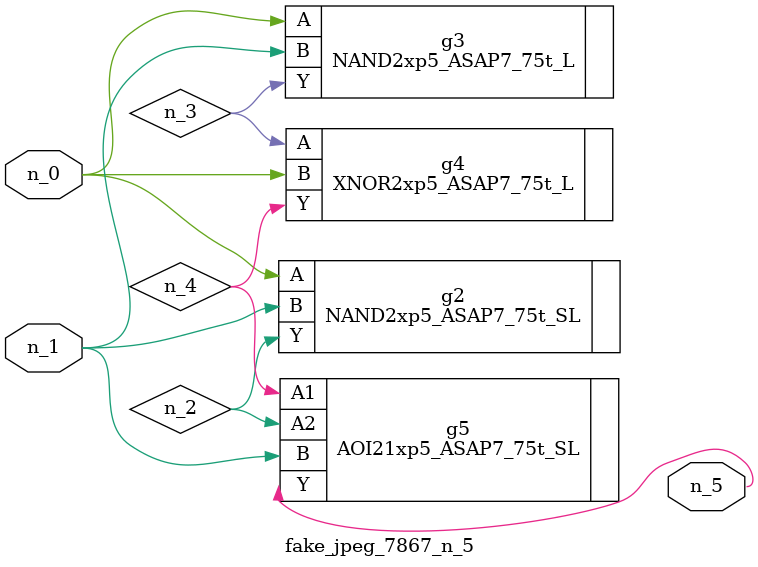
<source format=v>
module fake_jpeg_7867_n_5 (n_0, n_1, n_5);

input n_0;
input n_1;

output n_5;

wire n_2;
wire n_3;
wire n_4;

NAND2xp5_ASAP7_75t_SL g2 ( 
.A(n_0),
.B(n_1),
.Y(n_2)
);

NAND2xp5_ASAP7_75t_L g3 ( 
.A(n_0),
.B(n_1),
.Y(n_3)
);

XNOR2xp5_ASAP7_75t_L g4 ( 
.A(n_3),
.B(n_0),
.Y(n_4)
);

AOI21xp5_ASAP7_75t_SL g5 ( 
.A1(n_4),
.A2(n_2),
.B(n_1),
.Y(n_5)
);


endmodule
</source>
